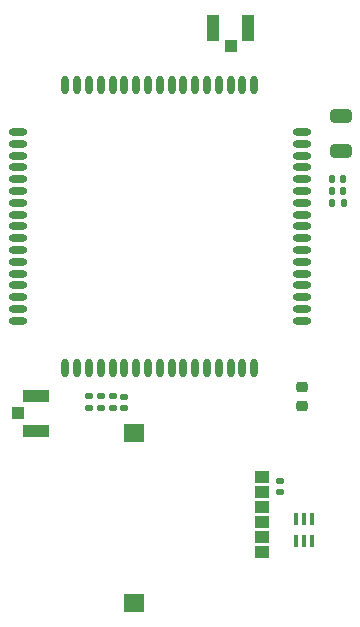
<source format=gbr>
%TF.GenerationSoftware,KiCad,Pcbnew,(6.0.8)*%
%TF.CreationDate,2022-12-02T21:09:01+01:00*%
%TF.ProjectId,mcudev,6d637564-6576-42e6-9b69-6361645f7063,rev?*%
%TF.SameCoordinates,Original*%
%TF.FileFunction,Paste,Bot*%
%TF.FilePolarity,Positive*%
%FSLAX46Y46*%
G04 Gerber Fmt 4.6, Leading zero omitted, Abs format (unit mm)*
G04 Created by KiCad (PCBNEW (6.0.8)) date 2022-12-02 21:09:01*
%MOMM*%
%LPD*%
G01*
G04 APERTURE LIST*
G04 Aperture macros list*
%AMRoundRect*
0 Rectangle with rounded corners*
0 $1 Rounding radius*
0 $2 $3 $4 $5 $6 $7 $8 $9 X,Y pos of 4 corners*
0 Add a 4 corners polygon primitive as box body*
4,1,4,$2,$3,$4,$5,$6,$7,$8,$9,$2,$3,0*
0 Add four circle primitives for the rounded corners*
1,1,$1+$1,$2,$3*
1,1,$1+$1,$4,$5*
1,1,$1+$1,$6,$7*
1,1,$1+$1,$8,$9*
0 Add four rect primitives between the rounded corners*
20,1,$1+$1,$2,$3,$4,$5,0*
20,1,$1+$1,$4,$5,$6,$7,0*
20,1,$1+$1,$6,$7,$8,$9,0*
20,1,$1+$1,$8,$9,$2,$3,0*%
G04 Aperture macros list end*
%ADD10RoundRect,0.140000X-0.140000X-0.170000X0.140000X-0.170000X0.140000X0.170000X-0.140000X0.170000X0*%
%ADD11R,1.050000X1.000000*%
%ADD12R,2.200000X1.050000*%
%ADD13O,1.600000X0.600000*%
%ADD14O,0.600000X1.600000*%
%ADD15RoundRect,0.225000X-0.250000X0.225000X-0.250000X-0.225000X0.250000X-0.225000X0.250000X0.225000X0*%
%ADD16RoundRect,0.140000X-0.170000X0.140000X-0.170000X-0.140000X0.170000X-0.140000X0.170000X0.140000X0*%
%ADD17RoundRect,0.039000X0.156000X-0.491000X0.156000X0.491000X-0.156000X0.491000X-0.156000X-0.491000X0*%
%ADD18R,1.700000X1.500000*%
%ADD19R,1.200000X1.000000*%
%ADD20RoundRect,0.135000X-0.185000X0.135000X-0.185000X-0.135000X0.185000X-0.135000X0.185000X0.135000X0*%
%ADD21R,1.000000X1.050000*%
%ADD22R,1.050000X2.200000*%
%ADD23RoundRect,0.135000X-0.135000X-0.185000X0.135000X-0.185000X0.135000X0.185000X-0.135000X0.185000X0*%
%ADD24RoundRect,0.250000X0.650000X-0.325000X0.650000X0.325000X-0.650000X0.325000X-0.650000X-0.325000X0*%
G04 APERTURE END LIST*
D10*
%TO.C,U21*%
X154780000Y-69700000D03*
X155740000Y-69700000D03*
%TD*%
D11*
%TO.C,GPS1*%
X128212500Y-89537500D03*
D12*
X129737500Y-91012500D03*
X129737500Y-88062500D03*
%TD*%
D13*
%TO.C,U16*%
X152200000Y-65700000D03*
X152200000Y-66700000D03*
X152200000Y-67700000D03*
X152200000Y-68700000D03*
X152200000Y-69700000D03*
X152200000Y-70700000D03*
X152200000Y-71700000D03*
X152200000Y-72700000D03*
X152200000Y-73700000D03*
X152200000Y-74700000D03*
X152200000Y-75700000D03*
X152200000Y-76700000D03*
X152200000Y-77700000D03*
X152200000Y-78700000D03*
X152200000Y-79700000D03*
X152200000Y-80700000D03*
X152200000Y-81700000D03*
D14*
X148200000Y-85700000D03*
X147200000Y-85700000D03*
X146200000Y-85700000D03*
X145200000Y-85700000D03*
X144200000Y-85700000D03*
X143200000Y-85700000D03*
X142200000Y-85700000D03*
X141200000Y-85700000D03*
X140200000Y-85700000D03*
X139200000Y-85700000D03*
X138200000Y-85700000D03*
X137200000Y-85700000D03*
X136200000Y-85700000D03*
X135200000Y-85700000D03*
X134200000Y-85700000D03*
X133200000Y-85700000D03*
X132200000Y-85700000D03*
D13*
X128200000Y-81700000D03*
X128200000Y-80700000D03*
X128200000Y-79700000D03*
X128200000Y-78700000D03*
X128200000Y-77700000D03*
X128200000Y-76700000D03*
X128200000Y-75700000D03*
X128200000Y-74700000D03*
X128200000Y-73700000D03*
X128200000Y-72700000D03*
X128200000Y-71700000D03*
X128200000Y-70700000D03*
X128200000Y-69700000D03*
X128200000Y-68700000D03*
X128200000Y-67700000D03*
X128200000Y-66700000D03*
X128200000Y-65700000D03*
D14*
X132200000Y-61700000D03*
X133200000Y-61700000D03*
X134200000Y-61700000D03*
X135200000Y-61700000D03*
X136200000Y-61700000D03*
X137200000Y-61700000D03*
X138200000Y-61700000D03*
X139200000Y-61700000D03*
X140200000Y-61700000D03*
X141200000Y-61700000D03*
X142200000Y-61700000D03*
X143200000Y-61700000D03*
X144200000Y-61700000D03*
X145200000Y-61700000D03*
X146200000Y-61700000D03*
X147200000Y-61700000D03*
X148200000Y-61700000D03*
%TD*%
D15*
%TO.C,U17*%
X152200000Y-87325000D03*
X152200000Y-88875000D03*
%TD*%
D16*
%TO.C,U19*%
X137147500Y-88110000D03*
X137147500Y-89070000D03*
%TD*%
D17*
%TO.C,U23*%
X153050000Y-100331000D03*
X152400000Y-100331000D03*
X151750000Y-100331000D03*
X151750000Y-98461000D03*
X152400000Y-98461000D03*
X153050000Y-98461000D03*
%TD*%
D18*
%TO.C,P1*%
X137976500Y-105600000D03*
X137976500Y-91200000D03*
D19*
X148826500Y-96221000D03*
X148826500Y-98761000D03*
X148826500Y-101301000D03*
X148826500Y-94951000D03*
X148826500Y-97491000D03*
X148826500Y-100031000D03*
%TD*%
D10*
%TO.C,U22*%
X154780000Y-70700000D03*
X155740000Y-70700000D03*
%TD*%
D20*
%TO.C,R5*%
X135200000Y-88090000D03*
X135200000Y-89110000D03*
%TD*%
D16*
%TO.C,U18*%
X150400000Y-95261000D03*
X150400000Y-96221000D03*
%TD*%
D21*
%TO.C,GSM1*%
X146200000Y-58387500D03*
D22*
X147675000Y-56862500D03*
X144725000Y-56862500D03*
%TD*%
D23*
%TO.C,R13*%
X154770000Y-71700000D03*
X155790000Y-71700000D03*
%TD*%
D24*
%TO.C,U20*%
X155580000Y-67325000D03*
X155580000Y-64375000D03*
%TD*%
D20*
%TO.C,R12*%
X136200000Y-88090000D03*
X136200000Y-89110000D03*
%TD*%
%TO.C,R4*%
X134200000Y-88090000D03*
X134200000Y-89110000D03*
%TD*%
M02*

</source>
